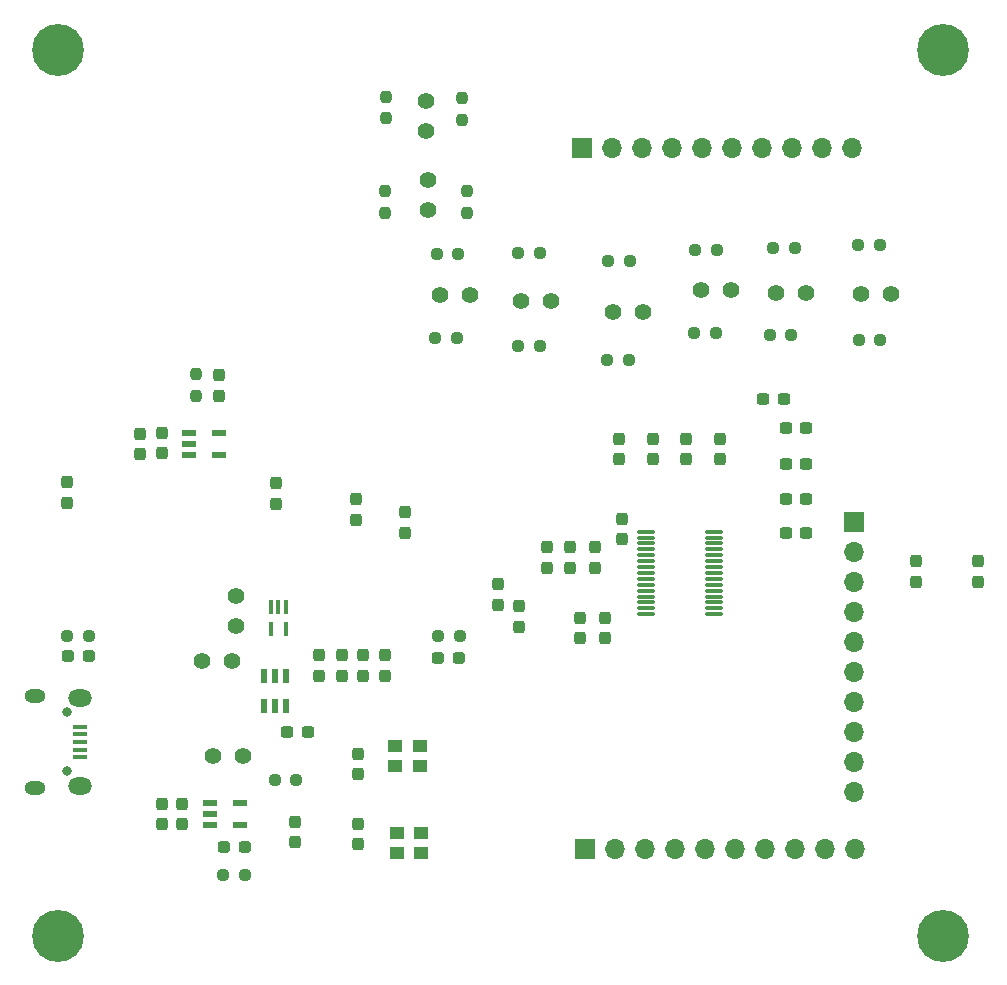
<source format=gbr>
G04 #@! TF.GenerationSoftware,KiCad,Pcbnew,(6.0.5)*
G04 #@! TF.CreationDate,2023-02-21T14:45:14-08:00*
G04 #@! TF.ProjectId,PCM1863,50434d31-3836-4332-9e6b-696361645f70,rev?*
G04 #@! TF.SameCoordinates,Original*
G04 #@! TF.FileFunction,Soldermask,Top*
G04 #@! TF.FilePolarity,Negative*
%FSLAX46Y46*%
G04 Gerber Fmt 4.6, Leading zero omitted, Abs format (unit mm)*
G04 Created by KiCad (PCBNEW (6.0.5)) date 2023-02-21 14:45:14*
%MOMM*%
%LPD*%
G01*
G04 APERTURE LIST*
G04 Aperture macros list*
%AMRoundRect*
0 Rectangle with rounded corners*
0 $1 Rounding radius*
0 $2 $3 $4 $5 $6 $7 $8 $9 X,Y pos of 4 corners*
0 Add a 4 corners polygon primitive as box body*
4,1,4,$2,$3,$4,$5,$6,$7,$8,$9,$2,$3,0*
0 Add four circle primitives for the rounded corners*
1,1,$1+$1,$2,$3*
1,1,$1+$1,$4,$5*
1,1,$1+$1,$6,$7*
1,1,$1+$1,$8,$9*
0 Add four rect primitives between the rounded corners*
20,1,$1+$1,$2,$3,$4,$5,0*
20,1,$1+$1,$4,$5,$6,$7,0*
20,1,$1+$1,$6,$7,$8,$9,0*
20,1,$1+$1,$8,$9,$2,$3,0*%
G04 Aperture macros list end*
%ADD10RoundRect,0.237500X0.300000X0.237500X-0.300000X0.237500X-0.300000X-0.237500X0.300000X-0.237500X0*%
%ADD11RoundRect,0.237500X-0.250000X-0.237500X0.250000X-0.237500X0.250000X0.237500X-0.250000X0.237500X0*%
%ADD12C,4.400000*%
%ADD13RoundRect,0.237500X-0.237500X0.300000X-0.237500X-0.300000X0.237500X-0.300000X0.237500X0.300000X0*%
%ADD14C,1.400000*%
%ADD15RoundRect,0.237500X0.250000X0.237500X-0.250000X0.237500X-0.250000X-0.237500X0.250000X-0.237500X0*%
%ADD16R,1.300000X1.100000*%
%ADD17RoundRect,0.237500X0.237500X-0.287500X0.237500X0.287500X-0.237500X0.287500X-0.237500X-0.287500X0*%
%ADD18R,0.400000X1.200000*%
%ADD19RoundRect,0.237500X0.237500X-0.250000X0.237500X0.250000X-0.237500X0.250000X-0.237500X-0.250000X0*%
%ADD20R,1.700000X1.700000*%
%ADD21O,1.700000X1.700000*%
%ADD22RoundRect,0.237500X-0.287500X-0.237500X0.287500X-0.237500X0.287500X0.237500X-0.287500X0.237500X0*%
%ADD23RoundRect,0.237500X0.237500X-0.300000X0.237500X0.300000X-0.237500X0.300000X-0.237500X-0.300000X0*%
%ADD24R,1.150000X0.600000*%
%ADD25RoundRect,0.237500X0.287500X0.237500X-0.287500X0.237500X-0.287500X-0.237500X0.287500X-0.237500X0*%
%ADD26RoundRect,0.075000X-0.662500X-0.075000X0.662500X-0.075000X0.662500X0.075000X-0.662500X0.075000X0*%
%ADD27O,0.800000X0.800000*%
%ADD28R,1.300000X0.450000*%
%ADD29O,1.800000X1.150000*%
%ADD30O,2.000000X1.450000*%
%ADD31R,0.600000X1.200000*%
%ADD32RoundRect,0.237500X-0.237500X0.287500X-0.237500X-0.287500X0.237500X-0.287500X0.237500X0.287500X0*%
%ADD33RoundRect,0.237500X-0.237500X0.250000X-0.237500X-0.250000X0.237500X-0.250000X0.237500X0.250000X0*%
G04 APERTURE END LIST*
D10*
G04 #@! TO.C,C28*
X96162500Y-107800000D03*
X94437500Y-107800000D03*
G04 #@! TD*
D11*
G04 #@! TO.C,R2*
X89025000Y-119900000D03*
X90850000Y-119900000D03*
G04 #@! TD*
D12*
G04 #@! TO.C,H3*
X75000000Y-125000000D03*
G04 #@! TD*
D13*
G04 #@! TO.C,C29*
X97150000Y-101287500D03*
X97150000Y-103012500D03*
G04 #@! TD*
D14*
G04 #@! TO.C,JP9*
X124572500Y-72237500D03*
X122032500Y-72237500D03*
G04 #@! TD*
D15*
G04 #@! TO.C,R4*
X77612500Y-99600000D03*
X75787500Y-99600000D03*
G04 #@! TD*
G04 #@! TO.C,R21*
X144627500Y-66550000D03*
X142802500Y-66550000D03*
G04 #@! TD*
D13*
G04 #@! TO.C,C4*
X85500000Y-113837500D03*
X85500000Y-115562500D03*
G04 #@! TD*
D11*
G04 #@! TO.C,R22*
X135602500Y-66750000D03*
X137427500Y-66750000D03*
G04 #@! TD*
D13*
G04 #@! TO.C,C24*
X116400000Y-92137500D03*
X116400000Y-93862500D03*
G04 #@! TD*
G04 #@! TO.C,C3*
X114100000Y-97137500D03*
X114100000Y-98862500D03*
G04 #@! TD*
G04 #@! TO.C,C12*
X119200000Y-98075000D03*
X119200000Y-99800000D03*
G04 #@! TD*
D10*
G04 #@! TO.C,C20*
X138362500Y-82000000D03*
X136637500Y-82000000D03*
G04 #@! TD*
D14*
G04 #@! TO.C,JP7*
X87242500Y-101712500D03*
X89782500Y-101712500D03*
G04 #@! TD*
D13*
G04 #@! TO.C,C8*
X118400000Y-92137500D03*
X118400000Y-93862500D03*
G04 #@! TD*
G04 #@! TO.C,C19*
X128200000Y-82937500D03*
X128200000Y-84662500D03*
G04 #@! TD*
D15*
G04 #@! TO.C,R5*
X108812500Y-74400000D03*
X106987500Y-74400000D03*
G04 #@! TD*
G04 #@! TO.C,R16*
X123340000Y-76250000D03*
X121515000Y-76250000D03*
G04 #@! TD*
D16*
G04 #@! TO.C,Y1*
X103600000Y-110625000D03*
X105700000Y-110625000D03*
X105700000Y-108975000D03*
X103600000Y-108975000D03*
G04 #@! TD*
D17*
G04 #@! TO.C,FB1*
X147700000Y-95075000D03*
X147700000Y-93325000D03*
G04 #@! TD*
D18*
G04 #@! TO.C,IC1*
X94325489Y-97150000D03*
X93675489Y-97150000D03*
X93025489Y-97150000D03*
X93025489Y-99050000D03*
X94325489Y-99050000D03*
G04 #@! TD*
D10*
G04 #@! TO.C,C21*
X138362500Y-85100000D03*
X136637500Y-85100000D03*
G04 #@! TD*
D19*
G04 #@! TO.C,R10*
X102800000Y-55812500D03*
X102800000Y-53987500D03*
G04 #@! TD*
D20*
G04 #@! TO.C,J2*
X119390000Y-58350000D03*
D21*
X121930000Y-58350000D03*
X124470000Y-58350000D03*
X127010000Y-58350000D03*
X129550000Y-58350000D03*
X132090000Y-58350000D03*
X134630000Y-58350000D03*
X137170000Y-58350000D03*
X139710000Y-58350000D03*
X142250000Y-58350000D03*
G04 #@! TD*
D19*
G04 #@! TO.C,R13*
X109700000Y-63812500D03*
X109700000Y-61987500D03*
G04 #@! TD*
D22*
G04 #@! TO.C,D4*
X75862500Y-101300000D03*
X77612500Y-101300000D03*
G04 #@! TD*
D13*
G04 #@! TO.C,C26*
X125400000Y-82937500D03*
X125400000Y-84662500D03*
G04 #@! TD*
D15*
G04 #@! TO.C,R19*
X144640000Y-74550000D03*
X142815000Y-74550000D03*
G04 #@! TD*
D14*
G04 #@! TO.C,JP11*
X138372500Y-70637500D03*
X135832500Y-70637500D03*
G04 #@! TD*
D23*
G04 #@! TO.C,C6*
X95100000Y-117100000D03*
X95100000Y-115375000D03*
G04 #@! TD*
D15*
G04 #@! TO.C,R23*
X95212500Y-111800000D03*
X93387500Y-111800000D03*
G04 #@! TD*
D10*
G04 #@! TO.C,C13*
X136462500Y-79600000D03*
X134737500Y-79600000D03*
G04 #@! TD*
D24*
G04 #@! TO.C,IC2*
X87900000Y-113750000D03*
X87900000Y-114700000D03*
X87900000Y-115650000D03*
X90400000Y-115650000D03*
X90400000Y-113750000D03*
G04 #@! TD*
D25*
G04 #@! TO.C,D1*
X108975000Y-101500000D03*
X107225000Y-101500000D03*
G04 #@! TD*
D12*
G04 #@! TO.C,H2*
X150000000Y-50000000D03*
G04 #@! TD*
D14*
G04 #@! TO.C,JP1*
X107400000Y-70800000D03*
X109940000Y-70800000D03*
G04 #@! TD*
D10*
G04 #@! TO.C,C22*
X138362500Y-88000000D03*
X136637500Y-88000000D03*
G04 #@! TD*
D16*
G04 #@! TO.C,Y2*
X103700000Y-118000000D03*
X105800000Y-118000000D03*
X105800000Y-116350000D03*
X103700000Y-116350000D03*
G04 #@! TD*
D23*
G04 #@! TO.C,C25*
X82000000Y-84225000D03*
X82000000Y-82500000D03*
G04 #@! TD*
D26*
G04 #@! TO.C,U1*
X124837500Y-90800000D03*
X124837500Y-91300000D03*
X124837500Y-91800000D03*
X124837500Y-92300000D03*
X124837500Y-92800000D03*
X124837500Y-93300000D03*
X124837500Y-93800000D03*
X124837500Y-94300000D03*
X124837500Y-94800000D03*
X124837500Y-95300000D03*
X124837500Y-95800000D03*
X124837500Y-96300000D03*
X124837500Y-96800000D03*
X124837500Y-97300000D03*
X124837500Y-97800000D03*
X130562500Y-97800000D03*
X130562500Y-97300000D03*
X130562500Y-96800000D03*
X130562500Y-96300000D03*
X130562500Y-95800000D03*
X130562500Y-95300000D03*
X130562500Y-94800000D03*
X130562500Y-94300000D03*
X130562500Y-93800000D03*
X130562500Y-93300000D03*
X130562500Y-92800000D03*
X130562500Y-92300000D03*
X130562500Y-91800000D03*
X130562500Y-91300000D03*
X130562500Y-90800000D03*
G04 #@! TD*
D14*
G04 #@! TO.C,JP6*
X90112500Y-98757500D03*
X90112500Y-96217500D03*
G04 #@! TD*
D27*
G04 #@! TO.C,J4*
X75800000Y-111100000D03*
X75800000Y-106100000D03*
D28*
X76900000Y-107300000D03*
X76900000Y-107950000D03*
X76900000Y-108600000D03*
X76900000Y-109250000D03*
X76900000Y-109900000D03*
D29*
X73050000Y-104725000D03*
D30*
X76850000Y-104875000D03*
D29*
X73050000Y-112475000D03*
D30*
X76850000Y-112325000D03*
G04 #@! TD*
D31*
G04 #@! TO.C,IC4*
X94350000Y-103050000D03*
X93400000Y-103050000D03*
X92450000Y-103050000D03*
X92450000Y-105550000D03*
X93400000Y-105550000D03*
X94350000Y-105550000D03*
G04 #@! TD*
D15*
G04 #@! TO.C,R1*
X109025000Y-99600000D03*
X107200000Y-99600000D03*
G04 #@! TD*
D10*
G04 #@! TO.C,C23*
X138362500Y-90900000D03*
X136637500Y-90900000D03*
G04 #@! TD*
D14*
G04 #@! TO.C,JP10*
X143057500Y-70662500D03*
X145597500Y-70662500D03*
G04 #@! TD*
D23*
G04 #@! TO.C,C1*
X100400000Y-111362500D03*
X100400000Y-109637500D03*
G04 #@! TD*
D17*
G04 #@! TO.C,FB3*
X100300000Y-89775000D03*
X100300000Y-88025000D03*
G04 #@! TD*
D19*
G04 #@! TO.C,R12*
X109200000Y-55912500D03*
X109200000Y-54087500D03*
G04 #@! TD*
D14*
G04 #@! TO.C,JP8*
X129457500Y-70362500D03*
X131997500Y-70362500D03*
G04 #@! TD*
D23*
G04 #@! TO.C,C16*
X99050000Y-103012500D03*
X99050000Y-101287500D03*
G04 #@! TD*
D20*
G04 #@! TO.C,J1*
X119675000Y-117700000D03*
D21*
X122215000Y-117700000D03*
X124755000Y-117700000D03*
X127295000Y-117700000D03*
X129835000Y-117700000D03*
X132375000Y-117700000D03*
X134915000Y-117700000D03*
X137455000Y-117700000D03*
X139995000Y-117700000D03*
X142535000Y-117700000D03*
G04 #@! TD*
D13*
G04 #@! TO.C,C9*
X83800000Y-113837500D03*
X83800000Y-115562500D03*
G04 #@! TD*
G04 #@! TO.C,C27*
X122500000Y-82937500D03*
X122500000Y-84662500D03*
G04 #@! TD*
D14*
G04 #@! TO.C,JP2*
X116757500Y-71287500D03*
X114217500Y-71287500D03*
G04 #@! TD*
D15*
G04 #@! TO.C,R15*
X130727500Y-73950000D03*
X128902500Y-73950000D03*
G04 #@! TD*
D24*
G04 #@! TO.C,IC3*
X86150000Y-82450000D03*
X86150000Y-83400000D03*
X86150000Y-84350000D03*
X88650000Y-84350000D03*
X88650000Y-82450000D03*
G04 #@! TD*
D15*
G04 #@! TO.C,R17*
X130827500Y-66950000D03*
X129002500Y-66950000D03*
G04 #@! TD*
D20*
G04 #@! TO.C,J3*
X142400000Y-89975000D03*
D21*
X142400000Y-92515000D03*
X142400000Y-95055000D03*
X142400000Y-97595000D03*
X142400000Y-100135000D03*
X142400000Y-102675000D03*
X142400000Y-105215000D03*
X142400000Y-107755000D03*
X142400000Y-110295000D03*
X142400000Y-112835000D03*
G04 #@! TD*
D23*
G04 #@! TO.C,C5*
X83800000Y-84162500D03*
X83800000Y-82437500D03*
G04 #@! TD*
D11*
G04 #@! TO.C,R18*
X121615000Y-67850000D03*
X123440000Y-67850000D03*
G04 #@! TD*
D23*
G04 #@! TO.C,C14*
X102750000Y-103012500D03*
X102750000Y-101287500D03*
G04 #@! TD*
D32*
G04 #@! TO.C,D3*
X88700000Y-77550000D03*
X88700000Y-79300000D03*
G04 #@! TD*
D13*
G04 #@! TO.C,C15*
X121300000Y-98075000D03*
X121300000Y-99800000D03*
G04 #@! TD*
G04 #@! TO.C,C10*
X120500000Y-92137500D03*
X120500000Y-93862500D03*
G04 #@! TD*
D33*
G04 #@! TO.C,R3*
X86700000Y-77475000D03*
X86700000Y-79300000D03*
G04 #@! TD*
D12*
G04 #@! TO.C,H4*
X150000000Y-125000000D03*
G04 #@! TD*
D13*
G04 #@! TO.C,C18*
X131100000Y-82937500D03*
X131100000Y-84662500D03*
G04 #@! TD*
D15*
G04 #@! TO.C,R20*
X137127500Y-74150000D03*
X135302500Y-74150000D03*
G04 #@! TD*
D33*
G04 #@! TO.C,R11*
X102700000Y-61987500D03*
X102700000Y-63812500D03*
G04 #@! TD*
D14*
G04 #@! TO.C,JP5*
X90657500Y-109787500D03*
X88117500Y-109787500D03*
G04 #@! TD*
D17*
G04 #@! TO.C,FB2*
X152900000Y-95075000D03*
X152900000Y-93325000D03*
G04 #@! TD*
D11*
G04 #@! TO.C,R8*
X114000000Y-67200000D03*
X115825000Y-67200000D03*
G04 #@! TD*
D13*
G04 #@! TO.C,C17*
X100400000Y-115537500D03*
X100400000Y-117262500D03*
G04 #@! TD*
D15*
G04 #@! TO.C,R7*
X108912500Y-67300000D03*
X107087500Y-67300000D03*
G04 #@! TD*
D32*
G04 #@! TO.C,FB5*
X93500000Y-86700000D03*
X93500000Y-88450000D03*
G04 #@! TD*
D15*
G04 #@! TO.C,R6*
X115812500Y-75100000D03*
X113987500Y-75100000D03*
G04 #@! TD*
D13*
G04 #@! TO.C,C11*
X122800000Y-89737500D03*
X122800000Y-91462500D03*
G04 #@! TD*
D14*
G04 #@! TO.C,JP4*
X106387500Y-61042500D03*
X106387500Y-63582500D03*
G04 #@! TD*
D22*
G04 #@! TO.C,D2*
X89100000Y-117500000D03*
X90850000Y-117500000D03*
G04 #@! TD*
D23*
G04 #@! TO.C,C7*
X100850000Y-103012500D03*
X100850000Y-101287500D03*
G04 #@! TD*
D14*
G04 #@! TO.C,JP3*
X106187500Y-54342500D03*
X106187500Y-56882500D03*
G04 #@! TD*
D32*
G04 #@! TO.C,FB4*
X75800000Y-86625000D03*
X75800000Y-88375000D03*
G04 #@! TD*
D12*
G04 #@! TO.C,H1*
X75000000Y-50000000D03*
G04 #@! TD*
D32*
G04 #@! TO.C,FB6*
X104400000Y-89125000D03*
X104400000Y-90875000D03*
G04 #@! TD*
D23*
G04 #@! TO.C,C2*
X112300000Y-97000000D03*
X112300000Y-95275000D03*
G04 #@! TD*
M02*

</source>
